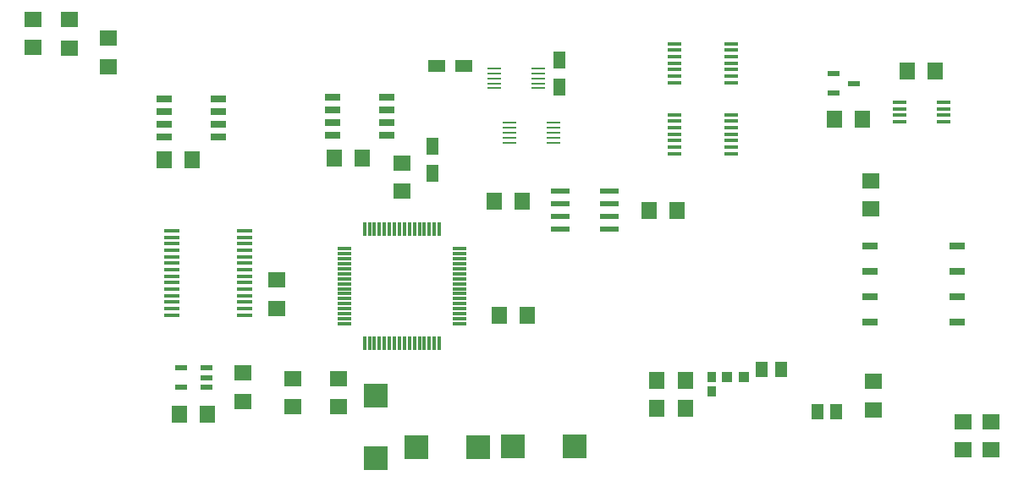
<source format=gbr>
G04 EAGLE Gerber RS-274X export*
G75*
%MOMM*%
%FSLAX34Y34*%
%LPD*%
%INSolderpaste Bottom*%
%IPPOS*%
%AMOC8*
5,1,8,0,0,1.08239X$1,22.5*%
G01*
%ADD10R,1.500000X0.400000*%
%ADD11R,1.803000X1.600000*%
%ADD12R,1.800000X1.600000*%
%ADD13R,1.600000X1.800000*%
%ADD14R,1.520000X0.700000*%
%ADD15R,1.333500X0.228600*%
%ADD16R,1.473200X0.355600*%
%ADD17R,1.981200X0.558800*%
%ADD18R,1.600000X0.700000*%
%ADD19R,1.475000X0.450000*%
%ADD20R,1.600000X1.803000*%
%ADD21R,2.450000X2.350000*%
%ADD22R,2.350000X2.450000*%
%ADD23R,1.300000X1.500000*%
%ADD24R,1.475000X0.300000*%
%ADD25R,0.300000X1.475000*%
%ADD26R,1.200000X0.600000*%
%ADD27R,1.295400X0.558800*%
%ADD28R,1.250000X1.750000*%
%ADD29R,1.750000X1.250000*%
%ADD30R,1.000000X1.100000*%
%ADD31R,0.949997X1.005600*%


D10*
X243520Y291970D03*
X243520Y285470D03*
X243520Y278970D03*
X243520Y272470D03*
X243520Y265970D03*
X243520Y259470D03*
X243520Y252970D03*
X243520Y246470D03*
X243520Y239970D03*
X243520Y233470D03*
X243520Y226970D03*
X243520Y220470D03*
X243520Y213970D03*
X243520Y207470D03*
X171020Y207470D03*
X171020Y213970D03*
X171020Y220470D03*
X171020Y226970D03*
X171020Y233470D03*
X171020Y239970D03*
X171020Y246470D03*
X171020Y252970D03*
X171020Y259470D03*
X171020Y265970D03*
X171020Y272470D03*
X171020Y278970D03*
X171020Y285470D03*
X171020Y291970D03*
D11*
X276000Y242770D03*
X276000Y214330D03*
X107470Y456140D03*
X107470Y484580D03*
D12*
X32610Y503520D03*
X32610Y475520D03*
X242390Y149270D03*
X242390Y121270D03*
D13*
X178980Y108300D03*
X206980Y108300D03*
D11*
X68340Y475080D03*
X68340Y503520D03*
D13*
X499040Y207170D03*
X527040Y207170D03*
D12*
X337920Y143510D03*
X337920Y115510D03*
X401280Y331600D03*
X401280Y359600D03*
D14*
X386520Y425610D03*
X386520Y412910D03*
X386520Y400210D03*
X386520Y387510D03*
X332220Y387510D03*
X332220Y400210D03*
X332220Y412910D03*
X332220Y425610D03*
X217610Y424340D03*
X217610Y411640D03*
X217610Y398940D03*
X217610Y386240D03*
X163310Y386240D03*
X163310Y398940D03*
X163310Y411640D03*
X163310Y424340D03*
D13*
X191760Y363380D03*
X163760Y363380D03*
X361940Y364650D03*
X333940Y364650D03*
D15*
X537742Y454668D03*
X537742Y449664D03*
X537742Y444660D03*
X537742Y439656D03*
X537742Y434652D03*
X493419Y434652D03*
X493419Y439656D03*
X493419Y444660D03*
X493419Y449664D03*
X493419Y454668D03*
X552982Y400058D03*
X552982Y395054D03*
X552982Y390050D03*
X552982Y385046D03*
X552982Y380042D03*
X508659Y380042D03*
X508659Y385046D03*
X508659Y390050D03*
X508659Y395054D03*
X508659Y400058D03*
D16*
X730464Y408280D03*
X730464Y401780D03*
X730464Y395280D03*
X730464Y388780D03*
X730464Y382280D03*
X730464Y375780D03*
X730464Y369280D03*
X674076Y369280D03*
X674076Y375780D03*
X674076Y382280D03*
X674076Y388780D03*
X674076Y395280D03*
X674076Y401780D03*
X674076Y408280D03*
X730464Y479400D03*
X730464Y472900D03*
X730464Y466400D03*
X730464Y459900D03*
X730464Y453400D03*
X730464Y446900D03*
X730464Y440400D03*
X674076Y440400D03*
X674076Y446900D03*
X674076Y453400D03*
X674076Y459900D03*
X674076Y466400D03*
X674076Y472900D03*
X674076Y479400D03*
D13*
X521960Y321470D03*
X493960Y321470D03*
X676900Y312580D03*
X648900Y312580D03*
D17*
X608798Y331630D03*
X608798Y318930D03*
X608798Y306230D03*
X608798Y293530D03*
X559522Y293530D03*
X559522Y306230D03*
X559522Y318930D03*
X559522Y331630D03*
D18*
X957040Y276340D03*
X957040Y250940D03*
X957040Y225540D03*
X957040Y200140D03*
X869540Y200140D03*
X869540Y225540D03*
X869540Y250940D03*
X869540Y276340D03*
D11*
X873040Y112740D03*
X873040Y141180D03*
X870590Y342240D03*
X870590Y313800D03*
D19*
X943030Y420710D03*
X943030Y414210D03*
X943030Y407710D03*
X943030Y401210D03*
X898790Y401210D03*
X898790Y407710D03*
X898790Y414210D03*
X898790Y420710D03*
D20*
X906690Y451600D03*
X935130Y451600D03*
D21*
X375300Y126540D03*
X375300Y64540D03*
D22*
X477400Y74960D03*
X415400Y74960D03*
X573920Y76300D03*
X511920Y76300D03*
D23*
X761420Y153180D03*
X780420Y153180D03*
X816880Y110380D03*
X835880Y110380D03*
D24*
X458660Y273880D03*
X458660Y268880D03*
X458660Y263880D03*
X458660Y258880D03*
X458660Y253880D03*
X458660Y248880D03*
X458660Y243880D03*
X458660Y238880D03*
X458660Y233880D03*
X458660Y228880D03*
X458660Y223880D03*
X458660Y218880D03*
X458660Y213880D03*
X458660Y208880D03*
X458660Y203880D03*
X458660Y198880D03*
D25*
X438780Y179000D03*
X433780Y179000D03*
X428780Y179000D03*
X423780Y179000D03*
X418780Y179000D03*
X413780Y179000D03*
X408780Y179000D03*
X403780Y179000D03*
X398780Y179000D03*
X393780Y179000D03*
X388780Y179000D03*
X383780Y179000D03*
X378780Y179000D03*
X373780Y179000D03*
X368780Y179000D03*
X363780Y179000D03*
D24*
X343900Y198880D03*
X343900Y203880D03*
X343900Y208880D03*
X343900Y213880D03*
X343900Y218880D03*
X343900Y223880D03*
X343900Y228880D03*
X343900Y233880D03*
X343900Y238880D03*
X343900Y243880D03*
X343900Y248880D03*
X343900Y253880D03*
X343900Y258880D03*
X343900Y263880D03*
X343900Y268880D03*
X343900Y273880D03*
D25*
X363780Y293760D03*
X368780Y293760D03*
X373780Y293760D03*
X378780Y293760D03*
X383780Y293760D03*
X388780Y293760D03*
X393780Y293760D03*
X398780Y293760D03*
X403780Y293760D03*
X408780Y293760D03*
X413780Y293760D03*
X418780Y293760D03*
X423780Y293760D03*
X428780Y293760D03*
X433780Y293760D03*
X438780Y293760D03*
D26*
X205500Y154440D03*
X205500Y144940D03*
X205500Y135440D03*
X180500Y135440D03*
X180500Y154440D03*
D11*
X962620Y72300D03*
X962620Y100740D03*
X990560Y72300D03*
X990560Y100740D03*
X292060Y115480D03*
X292060Y143920D03*
D20*
X684740Y142400D03*
X656300Y142400D03*
X684740Y114460D03*
X656300Y114460D03*
D27*
X832953Y430080D03*
X832953Y449080D03*
X853527Y439580D03*
D13*
X862320Y404020D03*
X834320Y404020D03*
D28*
X558760Y463240D03*
X558760Y436240D03*
D29*
X463040Y457360D03*
X436040Y457360D03*
D28*
X431760Y376880D03*
X431760Y349880D03*
D30*
X743068Y145542D03*
X726068Y145542D03*
D31*
X711454Y145708D03*
X711454Y131152D03*
M02*

</source>
